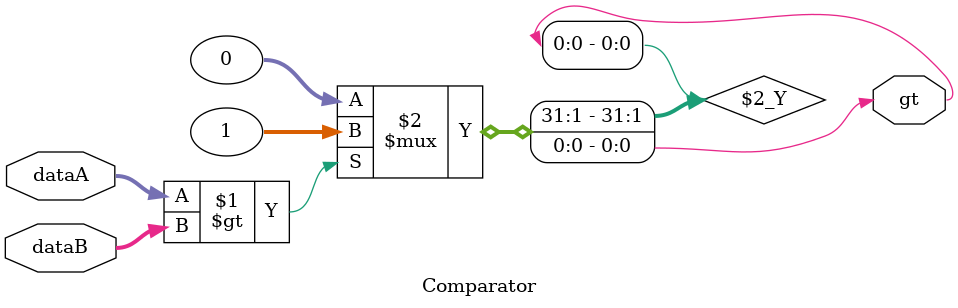
<source format=v>
module Comparator(dataA, dataB, gt);
    input [127:0] dataA, dataB;
    output gt;

    assign gt = (dataA > dataB) ? 1 : 0;

endmodule

</source>
